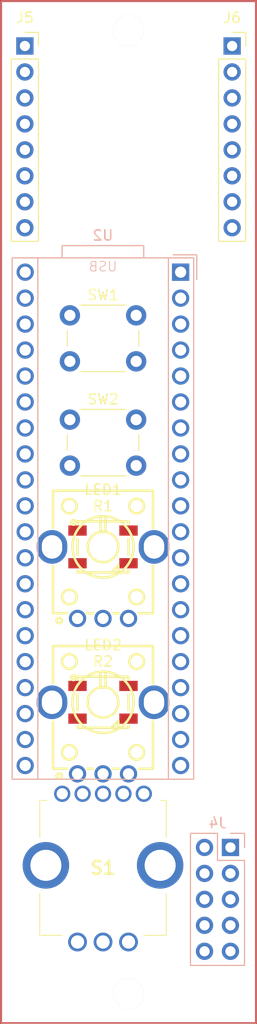
<source format=kicad_pcb>
(kicad_pcb (version 20241229) (generator "pcbnew") (generator_version "9.0")
  (title_block (title "Shock-AE-PCB") (date "2026-02-01") (rev "0.1") (company "Copyright © 2026 clectric.diy Licensed under CERN-OHL-S v2") (comment 1 "Charles H. Leggett"))
  (layers (0 "F.Cu" signal) (2 "B.Cu" signal) (13 "F.Paste" user) (15 "B.Paste" user) (5 "F.SilkS" user "F.Silkscreen") (7 "B.SilkS" user "B.Silkscreen") (1 "F.Mask" user) (3 "B.Mask" user) (25 "Edge.Cuts" user))
  (net 0 "")
  (net 38 "I2C_SDA")
  (net 39 "SD_D2")
  (net 40 "SPI_MISO")
  (net 41 "AUDIO_IN_1")
  (net 42 "USART1_RX")
  (net 43 "SPI_NSS")
  (net 44 "USB_OTG_FS_ID")
  (net 45 "ENC_CLICK")
  (net 46 "SD_CK")
  (net 47 "AUDIO_IN_2")
  (net 48 "VIN")
  (net 49 "SD_D3")
  (net 50 "SPI_MOSI")
  (net 51 "I2C_SCL")
  (net 52 "SD_D1")
  (net 53 "SD_CMD")
  (net 54 "SD_D0")
  (net 55 "A1_D16")
  (net 56 "SPI_SCK")
  (net 57 "USB_OTG_FS_D-")
  (net 58 "ENC_B")
  (net 59 "POT_1")
  (net 60 "LED_1_G")
  (net 61 "+3V3_A")
  (net 62 "ENC_A")
  (net 63 "LED_2_R")
  (net 64 "A7_D22")
  (net 65 "TAC_SWITCH_2")
  (net 66 "+3V3_D")
  (net 67 "LED_1_B")
  (net 68 "AUDIO_OUT_1")
  (net 69 "LED_1_R")
  (net 70 "POT_2")
  (net 71 "AUDIO_OUT_2")
  (net 72 "USB_OTG_FS_D+")
  (net 73 "LED_2_B")
  (net 74 "TAC_SWITCH_1")
  (net 75 "LED_2_G")
  (net 79 "+5V")
  (net 80 "GND")
  (net 81 "STOP")
  (net 82 "GATE")
  (net 83 "CTRL")
  (net 84 "CLOCK")
  (net 85 "CV")
  (net 86 "START")
  (footprint "Connector_PinSocket_2.54mm:PinSocket_1x08_P2.54mm_Vertical" (layer "F.Cu") (at 97.465 54.138252)
    (property "Reference" "J5" (at 0 -2.77 0) (layer "F.SilkS"))
    (property "Value" "Conn_01x08_Socket" (hide yes))
    (fp_line (start -1.33 1.27) (end -1.33 19.11) (stroke (width 0.12)) (layer "F.SilkS"))
    (fp_line (start -1.33 1.27) (end 1.33 1.27) (stroke (width 0.12)) (layer "F.SilkS"))
    (fp_line (start -1.33 19.11) (end 1.33 19.11) (stroke (width 0.12)) (layer "F.SilkS"))
    (fp_line (start 0 -1.33) (end 1.33 -1.33) (stroke (width 0.12)) (layer "F.SilkS"))
    (fp_line (start 1.33 -1.33) (end 1.33 0) (stroke (width 0.12)) (layer "F.SilkS"))
    (fp_line (start 1.33 1.27) (end 1.33 19.11) (stroke (width 0.12)) (layer "F.SilkS"))
    (pad "1" thru_hole rect (at 0 0) (size 1.7 1.7) (drill 1) (layers "*.Cu" "*.Mask") (net 41 "AUDIO_IN_1"))
    (pad "2" thru_hole circle (at 0 2.54) (size 1.7 1.7) (drill 1) (layers "*.Cu" "*.Mask") (net 47 "AUDIO_IN_2"))
    (pad "3" thru_hole circle (at 0 5.08) (size 1.7 1.7) (drill 1) (layers "*.Cu" "*.Mask"))
    (pad "4" thru_hole circle (at 0 7.62) (size 1.7 1.7) (drill 1) (layers "*.Cu" "*.Mask"))
    (pad "5" thru_hole circle (at 0 10.16) (size 1.7 1.7) (drill 1) (layers "*.Cu" "*.Mask"))
    (pad "6" thru_hole circle (at 0 12.7) (size 1.7 1.7) (drill 1) (layers "*.Cu" "*.Mask"))
    (pad "7" thru_hole circle (at 0 15.24) (size 1.7 1.7) (drill 1) (layers "*.Cu" "*.Mask"))
    (pad "8" thru_hole circle (at 0 17.78) (size 1.7 1.7) (drill 1) (layers "*.Cu" "*.Mask"))
  )
  (footprint "Button_Switch_THT:SW_PUSH_6mm" (layer "F.Cu") (at 101.875 80.488252)
    (property "Reference" "SW1" (at 3.25 -2 0) (layer "F.SilkS"))
    (property "Value" "SW_Push")
    (fp_line (start -0.25 1.5) (end -0.25 3) (stroke (width 0.12)) (layer "F.SilkS"))
    (fp_line (start 1 5.5) (end 5.5 5.5) (stroke (width 0.12)) (layer "F.SilkS"))
    (fp_line (start 5.5 -1) (end 1 -1) (stroke (width 0.12)) (layer "F.SilkS"))
    (fp_line (start 6.75 3) (end 6.75 1.5) (stroke (width 0.12)) (layer "F.SilkS"))
    (pad "1" thru_hole circle (at 0 0 90) (size 2 2) (drill 1.1) (layers "*.Cu" "*.Mask"))
    (pad "1" thru_hole circle (at 6.5 0 90) (size 2 2) (drill 1.1) (layers "*.Cu" "*.Mask"))
    (pad "2" thru_hole circle (at 0 4.5 90) (size 2 2) (drill 1.1) (layers "*.Cu" "*.Mask"))
    (pad "2" thru_hole circle (at 6.5 4.5 90) (size 2 2) (drill 1.1) (layers "*.Cu" "*.Mask"))
  )
  (footprint "Button_Switch_THT:SW_PUSH_6mm" (layer "F.Cu") (at 101.875 90.688252)
    (property "Reference" "SW2" (at 3.25 -2 0) (layer "F.SilkS"))
    (property "Value" "SW_Push")
    (fp_line (start -0.25 1.5) (end -0.25 3) (stroke (width 0.12)) (layer "F.SilkS"))
    (fp_line (start 1 5.5) (end 5.5 5.5) (stroke (width 0.12)) (layer "F.SilkS"))
    (fp_line (start 5.5 -1) (end 1 -1) (stroke (width 0.12)) (layer "F.SilkS"))
    (fp_line (start 6.75 3) (end 6.75 1.5) (stroke (width 0.12)) (layer "F.SilkS"))
    (pad "1" thru_hole circle (at 0 0 90) (size 2 2) (drill 1.1) (layers "*.Cu" "*.Mask"))
    (pad "1" thru_hole circle (at 6.5 0 90) (size 2 2) (drill 1.1) (layers "*.Cu" "*.Mask"))
    (pad "2" thru_hole circle (at 0 4.5 90) (size 2 2) (drill 1.1) (layers "*.Cu" "*.Mask"))
    (pad "2" thru_hole circle (at 6.5 4.5 90) (size 2 2) (drill 1.1) (layers "*.Cu" "*.Mask"))
  )
  (footprint "Connector_PinSocket_2.54mm:PinSocket_1x08_P2.54mm_Vertical" (layer "F.Cu") (at 117.785 54.138252)
    (property "Reference" "J6" (at 0 -2.77 0) (layer "F.SilkS"))
    (property "Value" "Conn_01x08_Socket" (hide yes))
    (fp_line (start -1.33 1.27) (end -1.33 19.11) (stroke (width 0.12)) (layer "F.SilkS"))
    (fp_line (start -1.33 1.27) (end 1.33 1.27) (stroke (width 0.12)) (layer "F.SilkS"))
    (fp_line (start -1.33 19.11) (end 1.33 19.11) (stroke (width 0.12)) (layer "F.SilkS"))
    (fp_line (start 0 -1.33) (end 1.33 -1.33) (stroke (width 0.12)) (layer "F.SilkS"))
    (fp_line (start 1.33 -1.33) (end 1.33 0) (stroke (width 0.12)) (layer "F.SilkS"))
    (fp_line (start 1.33 1.27) (end 1.33 19.11) (stroke (width 0.12)) (layer "F.SilkS"))
    (pad "1" thru_hole rect (at 0 0) (size 1.7 1.7) (drill 1) (layers "*.Cu" "*.Mask") (net 68 "AUDIO_OUT_1"))
    (pad "2" thru_hole circle (at 0 2.54) (size 1.7 1.7) (drill 1) (layers "*.Cu" "*.Mask") (net 71 "AUDIO_OUT_2"))
    (pad "3" thru_hole circle (at 0 5.08) (size 1.7 1.7) (drill 1) (layers "*.Cu" "*.Mask"))
    (pad "4" thru_hole circle (at 0 7.62) (size 1.7 1.7) (drill 1) (layers "*.Cu" "*.Mask"))
    (pad "5" thru_hole circle (at 0 10.16) (size 1.7 1.7) (drill 1) (layers "*.Cu" "*.Mask"))
    (pad "6" thru_hole circle (at 0 12.7) (size 1.7 1.7) (drill 1) (layers "*.Cu" "*.Mask"))
    (pad "7" thru_hole circle (at 0 15.24) (size 1.7 1.7) (drill 1) (layers "*.Cu" "*.Mask"))
    (pad "8" thru_hole circle (at 0 17.78) (size 1.7 1.7) (drill 1) (layers "*.Cu" "*.Mask"))
  )
  (footprint "clectric-diy:RES-TH_RK09K113004U" (layer "F.Cu") (at 105.125 121.838252)
    (property "Reference" "R2" (at 0 -7.5 0) (layer "F.SilkS"))
    (property "Value" "RK09K1130A8G")
    (fp_line (start -4.9 -9) (end -4.9 -5.38) (stroke (width 0.25)) (layer "F.SilkS"))
    (fp_line (start -4.9 -9) (end 4.9 -9) (stroke (width 0.25)) (layer "F.SilkS"))
    (fp_line (start -4.9 -1.62) (end -4.9 3) (stroke (width 0.25)) (layer "F.SilkS"))
    (fp_line (start -4.9 3) (end -3.5 3) (stroke (width 0.25)) (layer "F.SilkS"))
    (fp_line (start -1.58 3) (end -0.96 3) (stroke (width 0.25)) (layer "F.SilkS"))
    (fp_line (start -0.25 -6.48) (end -0.25 -4.95) (stroke (width 0.25)) (layer "F.SilkS"))
    (fp_line (start -0.25 -4.95) (end 0.25 -4.95) (stroke (width 0.25)) (layer "F.SilkS"))
    (fp_line (start 0.25 -4.95) (end 0.25 -6.48) (stroke (width 0.25)) (layer "F.SilkS"))
    (fp_line (start 0.96 3) (end 1.58 3) (stroke (width 0.25)) (layer "F.SilkS"))
    (fp_line (start 4.9 -9) (end 4.9 -5.38) (stroke (width 0.25)) (layer "F.SilkS"))
    (fp_line (start 4.9 -1.62) (end 4.9 3) (stroke (width 0.25)) (layer "F.SilkS"))
    (fp_line (start 4.9 3) (end 3.5 3) (stroke (width 0.25)) (layer "F.SilkS"))
    (fp_circle (center -4.29 3.71) (end -4.03 3.71) (stroke (width 0.25)) (fill no) (layer "F.SilkS"))
    (fp_circle (center -3.3 -7.49) (end -2.58 -7.49) (stroke (width 0.25)) (fill no) (layer "F.SilkS"))
    (fp_circle (center -3.3 1.4) (end -2.58 1.4) (stroke (width 0.25)) (fill no) (layer "F.SilkS"))
    (fp_circle (center 0 -3.5) (end 3 -3.5) (stroke (width 0.25)) (fill no) (layer "F.SilkS"))
    (fp_circle (center 3.3 -7.49) (end 4.02 -7.49) (stroke (width 0.25)) (fill no) (layer "F.SilkS"))
    (fp_circle (center 3.3 1.4) (end 4.02 1.4) (stroke (width 0.25)) (fill no) (layer "F.SilkS"))
    (pad "1" thru_hole circle (at -2.5 3.5) (size 1.7 1.7) (drill 1.100023) (layers "*.Cu" "*.Mask"))
    (pad "2" thru_hole circle (at 0 3.5) (size 1.7 1.7) (drill 1.100023) (layers "*.Cu" "*.Mask"))
    (pad "3" thru_hole circle (at 2.5 3.5) (size 1.7 1.7) (drill 1.100023) (layers "*.Cu" "*.Mask"))
    (pad "4" thru_hole oval (at 5 -3.5) (size 3 3.3) (drill oval 1.999996 2.300021) (layers "*.Cu" "*.Mask"))
    (pad "5" thru_hole oval (at -5 -3.5) (size 3 3.3) (drill oval 1.999996 2.300021) (layers "*.Cu" "*.Mask"))
  )
  (footprint "clectric-diy:LED-SMD_4P-L5.0-W5.0-TL-1" (layer "F.Cu") (at 105.125 103.138252)
    (property "Reference" "LED1" (at 0 -5.6 0) (layer "F.SilkS"))
    (property "Value" "WS2812B-V5/W")
    (fp_line (start -2.5 -2.5) (end 2.5 -2.5) (stroke (width 0.25)) (layer "F.SilkS"))
    (fp_line (start -2.5 0.77) (end -2.5 -0.77) (stroke (width 0.25)) (layer "F.SilkS"))
    (fp_line (start -2.5 2.5) (end -2.5 2.32) (stroke (width 0.25)) (layer "F.SilkS"))
    (fp_line (start -2.49 -2.27) (end -2.5 -2.5) (stroke (width 0.25)) (layer "F.SilkS"))
    (fp_line (start 0.8 2.5) (end 1.5 1.8) (stroke (width 0.25)) (layer "F.SilkS"))
    (fp_line (start 1.5 1.8) (end 1.5 2.5) (stroke (width 0.25)) (layer "F.SilkS"))
    (fp_line (start 1.5 2.5) (end 0.8 2.5) (stroke (width 0.25)) (layer "F.SilkS"))
    (fp_line (start 2.5 -2.5) (end 2.5 -2.27) (stroke (width 0.25)) (layer "F.SilkS"))
    (fp_line (start 2.5 -0.77) (end 2.5 0.77) (stroke (width 0.25)) (layer "F.SilkS"))
    (fp_line (start 2.5 2.28) (end 2.5 2.5) (stroke (width 0.25)) (layer "F.SilkS"))
    (fp_line (start 2.5 2.5) (end -2.5 2.5) (stroke (width 0.25)) (layer "F.SilkS"))
    (fp_circle (center -2.9 -2.4) (end -2.8 -2.4) (stroke (width 0.25)) (fill no) (layer "F.SilkS"))
    (fp_circle (center 0 0) (end 1.5 0) (stroke (width 0.25)) (fill no) (layer "F.SilkS"))
    (pad "1" smd rect (at -2.5 -1.6 180) (size 1.8 1) (layers "F.Cu" "F.Mask" "F.Paste"))
    (pad "2" smd rect (at -2.5 1.6 180) (size 1.8 1) (layers "F.Cu" "F.Mask" "F.Paste"))
    (pad "3" smd rect (at 2.5 1.6 180) (size 1.8 1) (layers "F.Cu" "F.Mask" "F.Paste"))
    (pad "4" smd rect (at 2.5 -1.6 180) (size 1.8 1) (layers "F.Cu" "F.Mask" "F.Paste"))
  )
  (footprint "" (layer "F.Cu") (at 107.625 146.838252)
    (property "Reference" "" (at 0 0 0) (layer "F.SilkS") (effects (font (size 1.27 1.27))))
    (property "Value" "")
    (pad "" thru_hole circle (at 0 0) (size 3 3) (drill 3) (layers "*.Cu" "*.Mask"))
  )
  (footprint "" (layer "F.Cu") (at 107.625 52.638252)
    (property "Reference" "" (at 0 0 0) (layer "F.SilkS") (effects (font (size 1.27 1.27))))
    (property "Value" "")
    (pad "" thru_hole circle (at 0 0) (size 3 3) (drill 3) (layers "*.Cu" "*.Mask"))
  )
  (footprint "clectric-diy:RES-TH_RK09K113004U" (layer "F.Cu") (at 105.125 106.638252)
    (property "Reference" "R1" (at 0 -7.5 0) (layer "F.SilkS"))
    (property "Value" "RK09K1130A8G")
    (fp_line (start -4.9 -9) (end -4.9 -5.38) (stroke (width 0.25)) (layer "F.SilkS"))
    (fp_line (start -4.9 -9) (end 4.9 -9) (stroke (width 0.25)) (layer "F.SilkS"))
    (fp_line (start -4.9 -1.62) (end -4.9 3) (stroke (width 0.25)) (layer "F.SilkS"))
    (fp_line (start -4.9 3) (end -3.5 3) (stroke (width 0.25)) (layer "F.SilkS"))
    (fp_line (start -1.58 3) (end -0.96 3) (stroke (width 0.25)) (layer "F.SilkS"))
    (fp_line (start -0.25 -6.48) (end -0.25 -4.95) (stroke (width 0.25)) (layer "F.SilkS"))
    (fp_line (start -0.25 -4.95) (end 0.25 -4.95) (stroke (width 0.25)) (layer "F.SilkS"))
    (fp_line (start 0.25 -4.95) (end 0.25 -6.48) (stroke (width 0.25)) (layer "F.SilkS"))
    (fp_line (start 0.96 3) (end 1.58 3) (stroke (width 0.25)) (layer "F.SilkS"))
    (fp_line (start 4.9 -9) (end 4.9 -5.38) (stroke (width 0.25)) (layer "F.SilkS"))
    (fp_line (start 4.9 -1.62) (end 4.9 3) (stroke (width 0.25)) (layer "F.SilkS"))
    (fp_line (start 4.9 3) (end 3.5 3) (stroke (width 0.25)) (layer "F.SilkS"))
    (fp_circle (center -4.29 3.71) (end -4.03 3.71) (stroke (width 0.25)) (fill no) (layer "F.SilkS"))
    (fp_circle (center -3.3 -7.49) (end -2.58 -7.49) (stroke (width 0.25)) (fill no) (layer "F.SilkS"))
    (fp_circle (center -3.3 1.4) (end -2.58 1.4) (stroke (width 0.25)) (fill no) (layer "F.SilkS"))
    (fp_circle (center 0 -3.5) (end 3 -3.5) (stroke (width 0.25)) (fill no) (layer "F.SilkS"))
    (fp_circle (center 3.3 -7.49) (end 4.02 -7.49) (stroke (width 0.25)) (fill no) (layer "F.SilkS"))
    (fp_circle (center 3.3 1.4) (end 4.02 1.4) (stroke (width 0.25)) (fill no) (layer "F.SilkS"))
    (pad "1" thru_hole circle (at -2.5 3.5) (size 1.7 1.7) (drill 1.100023) (layers "*.Cu" "*.Mask"))
    (pad "2" thru_hole circle (at 0 3.5) (size 1.7 1.7) (drill 1.100023) (layers "*.Cu" "*.Mask"))
    (pad "3" thru_hole circle (at 2.5 3.5) (size 1.7 1.7) (drill 1.100023) (layers "*.Cu" "*.Mask"))
    (pad "4" thru_hole oval (at 5 -3.5) (size 3 3.3) (drill oval 1.999996 2.300021) (layers "*.Cu" "*.Mask"))
    (pad "5" thru_hole oval (at -5 -3.5) (size 3 3.3) (drill oval 1.999996 2.300021) (layers "*.Cu" "*.Mask"))
  )
  (footprint "clectric-diy:LED-SMD_4P-L5.0-W5.0-TL-1" (layer "F.Cu") (at 105.125 118.338252)
    (property "Reference" "LED2" (at 0 -5.6 0) (layer "F.SilkS"))
    (property "Value" "WS2812B-V5/W")
    (fp_line (start -2.5 -2.5) (end 2.5 -2.5) (stroke (width 0.25)) (layer "F.SilkS"))
    (fp_line (start -2.5 0.77) (end -2.5 -0.77) (stroke (width 0.25)) (layer "F.SilkS"))
    (fp_line (start -2.5 2.5) (end -2.5 2.32) (stroke (width 0.25)) (layer "F.SilkS"))
    (fp_line (start -2.49 -2.27) (end -2.5 -2.5) (stroke (width 0.25)) (layer "F.SilkS"))
    (fp_line (start 0.8 2.5) (end 1.5 1.8) (stroke (width 0.25)) (layer "F.SilkS"))
    (fp_line (start 1.5 1.8) (end 1.5 2.5) (stroke (width 0.25)) (layer "F.SilkS"))
    (fp_line (start 1.5 2.5) (end 0.8 2.5) (stroke (width 0.25)) (layer "F.SilkS"))
    (fp_line (start 2.5 -2.5) (end 2.5 -2.27) (stroke (width 0.25)) (layer "F.SilkS"))
    (fp_line (start 2.5 -0.77) (end 2.5 0.77) (stroke (width 0.25)) (layer "F.SilkS"))
    (fp_line (start 2.5 2.28) (end 2.5 2.5) (stroke (width 0.25)) (layer "F.SilkS"))
    (fp_line (start 2.5 2.5) (end -2.5 2.5) (stroke (width 0.25)) (layer "F.SilkS"))
    (fp_circle (center -2.9 -2.4) (end -2.8 -2.4) (stroke (width 0.25)) (fill no) (layer "F.SilkS"))
    (fp_circle (center 0 0) (end 1.5 0) (stroke (width 0.25)) (fill no) (layer "F.SilkS"))
    (pad "1" smd rect (at -2.5 -1.6 180) (size 1.8 1) (layers "F.Cu" "F.Mask" "F.Paste"))
    (pad "2" smd rect (at -2.5 1.6 180) (size 1.8 1) (layers "F.Cu" "F.Mask" "F.Paste"))
    (pad "3" smd rect (at 2.5 1.6 180) (size 1.8 1) (layers "F.Cu" "F.Mask" "F.Paste"))
    (pad "4" smd rect (at 2.5 -1.6 180) (size 1.8 1) (layers "F.Cu" "F.Mask" "F.Paste"))
  )
  (footprint "clectric-diy:PEL12T4225SS1024" (layer "F.Cu") (at 105.125 134.538252)
    (property "Reference" "S1" (at 0 0 0) (layer "F.SilkS") (effects (font (size 1.27 1.27) (thickness 0.254))))
    (property "Value" "PEL12T-4225S-S1024" (hide yes))
    (fp_line (start -6.2 -6.6) (end -6.2 -3) (stroke (width 0.1)) (layer "F.SilkS"))
    (fp_line (start -6.2 6.6) (end -6.2 2.5) (stroke (width 0.1)) (layer "F.SilkS"))
    (fp_line (start -5.5 -6.6) (end -6.2 -6.6) (stroke (width 0.1)) (layer "F.SilkS"))
    (fp_line (start -4 6.6) (end -6.2 6.6) (stroke (width 0.1)) (layer "F.SilkS"))
    (fp_line (start 4 6.6) (end 6.2 6.6) (stroke (width 0.1)) (layer "F.SilkS"))
    (fp_line (start 6.2 -6.6) (end 5.6 -6.6) (stroke (width 0.1)) (layer "F.SilkS"))
    (fp_line (start 6.2 -3) (end 6.2 -6.6) (stroke (width 0.1)) (layer "F.SilkS"))
    (fp_line (start 6.2 3) (end 6.2 2.5) (stroke (width 0.1)) (layer "F.SilkS"))
    (fp_line (start 6.2 6.6) (end 6.2 3) (stroke (width 0.1)) (layer "F.SilkS"))
    (pad "1" thru_hole circle (at -4 -7.25) (size 1.6 1.6) (drill 1.1) (layers "*.Cu" "*.Mask"))
    (pad "2" thru_hole circle (at -2 -7.25) (size 1.6 1.6) (drill 1.1) (layers "*.Cu" "*.Mask"))
    (pad "3" thru_hole circle (at 0 -7.25) (size 1.6 1.6) (drill 1.1) (layers "*.Cu" "*.Mask"))
    (pad "4" thru_hole circle (at 2 -7.25) (size 1.6 1.6) (drill 1.1) (layers "*.Cu" "*.Mask"))
    (pad "5" thru_hole circle (at 4 -7.25) (size 1.6 1.6) (drill 1.1) (layers "*.Cu" "*.Mask"))
    (pad "A1" thru_hole circle (at -2.5 7.25) (size 1.85 1.85) (drill 1.3) (layers "*.Cu" "*.Mask"))
    (pad "B1" thru_hole circle (at 2.5 7.25) (size 1.85 1.85) (drill 1.3) (layers "*.Cu" "*.Mask"))
    (pad "C1" thru_hole circle (at 0 7.25) (size 1.85 1.85) (drill 1.3) (layers "*.Cu" "*.Mask"))
    (pad "MH1" thru_hole circle (at -5.6 -0.25) (size 4.562 4.562) (drill 3.0414) (layers "*.Cu" "*.Mask"))
    (pad "MH2" thru_hole circle (at 5.6 -0.25) (size 4.562 4.562) (drill 3.0414) (layers "*.Cu" "*.Mask"))
  )
  (footprint "Connector_PinHeader_2.54mm:PinHeader_2x05_P2.54mm_Vertical" (layer "B.Cu") (at 117.618 132.538252 180)
    (property "Reference" "J4" (at 1.27 2.38 0) (layer "B.SilkS") (effects (justify mirror)))
    (property "Value" "Conn_02x05_Odd_Even" (hide yes))
    (fp_line (start 3.92 1.38) (end 3.92 -11.54) (stroke (width 0.12)) (layer "B.SilkS"))
    (fp_line (start 1.27 1.38) (end 3.92 1.38) (stroke (width 0.12)) (layer "B.SilkS"))
    (fp_line (start 1.27 -1.27) (end 1.27 1.38) (stroke (width 0.12)) (layer "B.SilkS"))
    (fp_line (start -1.38 1.38) (end 0 1.38) (stroke (width 0.12)) (layer "B.SilkS"))
    (fp_line (start -1.38 0) (end -1.38 1.38) (stroke (width 0.12)) (layer "B.SilkS"))
    (fp_line (start -1.38 -1.27) (end 1.27 -1.27) (stroke (width 0.12)) (layer "B.SilkS"))
    (fp_line (start -1.38 -1.27) (end -1.38 -11.54) (stroke (width 0.12)) (layer "B.SilkS"))
    (fp_line (start -1.38 -11.54) (end 3.92 -11.54) (stroke (width 0.12)) (layer "B.SilkS"))
    (pad "1" thru_hole rect (at 0 0 180) (size 1.7 1.7) (drill 1) (layers "*.Cu" "*.Mask") (net 79 "+5V"))
    (pad "2" thru_hole circle (at 2.54 0 180) (size 1.7 1.7) (drill 1) (layers "*.Cu" "*.Mask") (net 79 "+5V"))
    (pad "3" thru_hole circle (at 0 -2.54 180) (size 1.7 1.7) (drill 1) (layers "*.Cu" "*.Mask") (net 80 "GND"))
    (pad "4" thru_hole circle (at 2.54 -2.54 180) (size 1.7 1.7) (drill 1) (layers "*.Cu" "*.Mask") (net 80 "GND"))
    (pad "5" thru_hole circle (at 0 -5.08 180) (size 1.7 1.7) (drill 1) (layers "*.Cu" "*.Mask") (net 85 "CV"))
    (pad "6" thru_hole circle (at 2.54 -5.08 180) (size 1.7 1.7) (drill 1) (layers "*.Cu" "*.Mask") (net 82 "GATE"))
    (pad "7" thru_hole circle (at 0 -7.62 180) (size 1.7 1.7) (drill 1) (layers "*.Cu" "*.Mask") (net 86 "START"))
    (pad "8" thru_hole circle (at 2.54 -7.62 180) (size 1.7 1.7) (drill 1) (layers "*.Cu" "*.Mask") (net 84 "CLOCK"))
    (pad "9" thru_hole circle (at 0 -10.16 180) (size 1.7 1.7) (drill 1) (layers "*.Cu" "*.Mask") (net 83 "CTRL"))
    (pad "10" thru_hole circle (at 2.54 -10.16 180) (size 1.7 1.7) (drill 1) (layers "*.Cu" "*.Mask") (net 81 "STOP"))
  )
  (footprint "clectric-diy:DAISY_SEED" (layer "B.Cu") (at 112.735 76.263252 180)
    (property "Reference" "U2" (at 7.62 3.6 0) (layer "B.SilkS") (effects (justify mirror)))
    (property "Value" "Daisy_Seed")
    (fp_line (start 16.52 1.4) (end 16.52 -49.6) (stroke (width 0.12)) (layer "B.SilkS"))
    (fp_line (start 16.52 -49.6) (end -1.28 -49.6) (stroke (width 0.12)) (layer "B.SilkS"))
    (fp_line (start 14 1.4) (end 14 -49.6) (stroke (width 0.12)) (layer "B.SilkS"))
    (fp_line (start 11.62 2.6) (end 11.62 1.4) (stroke (width 0.12)) (layer "B.SilkS"))
    (fp_line (start 3.62 2.6) (end 11.62 2.6) (stroke (width 0.12)) (layer "B.SilkS"))
    (fp_line (start 3.62 1.4) (end 3.62 2.6) (stroke (width 0.12)) (layer "B.SilkS"))
    (fp_line (start 1.2 1.4) (end 1.2 -49.6) (stroke (width 0.12)) (layer "B.SilkS"))
    (fp_line (start 0.72 1.7) (end -1.58 1.7) (stroke (width 0.12)) (layer "B.SilkS"))
    (fp_line (start -1.28 1.4) (end 16.52 1.4) (stroke (width 0.12)) (layer "B.SilkS"))
    (fp_line (start -1.28 -49.6) (end -1.28 1.4) (stroke (width 0.12)) (layer "B.SilkS"))
    (fp_line (start -1.58 1.7) (end -1.58 -0.7) (stroke (width 0.12)) (layer "B.SilkS"))
    (fp_text user "USB" (at 7.62 0 0) (layer "B.SilkS") (effects (font (size 0.93472 0.93472) (thickness 0.08128)) (justify bottom mirror)))
    (pad "1" thru_hole rect (at 0 0 180) (size 1.7 1.7) (drill 1.1) (layers "*.Cu" "*.Mask") (net 44 "USB_OTG_FS_ID"))
    (pad "2" thru_hole circle (at 0 -2.54 180) (size 1.7 1.7) (drill 1.1) (layers "*.Cu" "*.Mask") (net 49 "SD_D3"))
    (pad "3" thru_hole circle (at 0 -5.08 180) (size 1.7 1.7) (drill 1.1) (layers "*.Cu" "*.Mask") (net 39 "SD_D2"))
    (pad "4" thru_hole circle (at 0 -7.62 180) (size 1.7 1.7) (drill 1.1) (layers "*.Cu" "*.Mask") (net 52 "SD_D1"))
    (pad "5" thru_hole circle (at 0 -10.16 180) (size 1.7 1.7) (drill 1.1) (layers "*.Cu" "*.Mask") (net 54 "SD_D0"))
    (pad "6" thru_hole circle (at 0 -12.7 180) (size 1.7 1.7) (drill 1.1) (layers "*.Cu" "*.Mask") (net 53 "SD_CMD"))
    (pad "7" thru_hole circle (at 0 -15.24 180) (size 1.7 1.7) (drill 1.1) (layers "*.Cu" "*.Mask") (net 46 "SD_CK"))
    (pad "8" thru_hole circle (at 0 -17.78 180) (size 1.7 1.7) (drill 1.1) (layers "*.Cu" "*.Mask") (net 43 "SPI_NSS"))
    (pad "9" thru_hole circle (at 0 -20.32 180) (size 1.7 1.7) (drill 1.1) (layers "*.Cu" "*.Mask") (net 56 "SPI_SCK"))
    (pad "10" thru_hole circle (at 0 -22.86 180) (size 1.7 1.7) (drill 1.1) (layers "*.Cu" "*.Mask") (net 40 "SPI_MISO"))
    (pad "11" thru_hole circle (at 0 -25.4 180) (size 1.7 1.7) (drill 1.1) (layers "*.Cu" "*.Mask") (net 50 "SPI_MOSI"))
    (pad "12" thru_hole circle (at 0 -27.94 180) (size 1.7 1.7) (drill 1.1) (layers "*.Cu" "*.Mask") (net 51 "I2C_SCL"))
    (pad "13" thru_hole circle (at 0 -30.48 180) (size 1.7 1.7) (drill 1.1) (layers "*.Cu" "*.Mask") (net 38 "I2C_SDA"))
    (pad "14" thru_hole circle (at 0 -33.02 180) (size 1.7 1.7) (drill 1.1) (layers "*.Cu" "*.Mask") (net 45 "ENC_CLICK"))
    (pad "15" thru_hole circle (at 0 -35.56 180) (size 1.7 1.7) (drill 1.1) (layers "*.Cu" "*.Mask") (net 42 "USART1_RX"))
    (pad "16" thru_hole circle (at 0 -38.1 180) (size 1.7 1.7) (drill 1.1) (layers "*.Cu" "*.Mask") (net 41 "AUDIO_IN_1"))
    (pad "17" thru_hole circle (at 0 -40.64 180) (size 1.7 1.7) (drill 1.1) (layers "*.Cu" "*.Mask") (net 47 "AUDIO_IN_2"))
    (pad "18" thru_hole circle (at 0 -43.18 180) (size 1.7 1.7) (drill 1.1) (layers "*.Cu" "*.Mask") (net 68 "AUDIO_OUT_1"))
    (pad "19" thru_hole circle (at 0 -45.72 180) (size 1.7 1.7) (drill 1.1) (layers "*.Cu" "*.Mask") (net 71 "AUDIO_OUT_2"))
    (pad "20" thru_hole circle (at 0 -48.26 180) (size 1.7 1.7) (drill 1.1) (layers "*.Cu" "*.Mask") (net 80 "GND"))
    (pad "21" thru_hole circle (at 15.24 -48.26 180) (size 1.7 1.7) (drill 1.1) (layers "*.Cu" "*.Mask") (net 61 "+3V3_A"))
    (pad "22" thru_hole circle (at 15.24 -45.72 180) (size 1.7 1.7) (drill 1.1) (layers "*.Cu" "*.Mask") (net 70 "POT_2"))
    (pad "23" thru_hole circle (at 15.24 -43.18 180) (size 1.7 1.7) (drill 1.1) (layers "*.Cu" "*.Mask") (net 55 "A1_D16"))
    (pad "24" thru_hole circle (at 15.24 -40.64 180) (size 1.7 1.7) (drill 1.1) (layers "*.Cu" "*.Mask") (net 63 "LED_2_R"))
    (pad "25" thru_hole circle (at 15.24 -38.1 180) (size 1.7 1.7) (drill 1.1) (layers "*.Cu" "*.Mask") (net 67 "LED_1_B"))
    (pad "26" thru_hole circle (at 15.24 -35.56 180) (size 1.7 1.7) (drill 1.1) (layers "*.Cu" "*.Mask") (net 60 "LED_1_G"))
    (pad "27" thru_hole circle (at 15.24 -33.02 180) (size 1.7 1.7) (drill 1.1) (layers "*.Cu" "*.Mask") (net 69 "LED_1_R"))
    (pad "28" thru_hole circle (at 15.24 -30.48 180) (size 1.7 1.7) (drill 1.1) (layers "*.Cu" "*.Mask") (net 59 "POT_1"))
    (pad "29" thru_hole circle (at 15.24 -27.94 180) (size 1.7 1.7) (drill 1.1) (layers "*.Cu" "*.Mask") (net 64 "A7_D22"))
    (pad "30" thru_hole circle (at 15.24 -25.4 180) (size 1.7 1.7) (drill 1.1) (layers "*.Cu" "*.Mask") (net 73 "LED_2_B"))
    (pad "31" thru_hole circle (at 15.24 -22.86 180) (size 1.7 1.7) (drill 1.1) (layers "*.Cu" "*.Mask") (net 75 "LED_2_G"))
    (pad "32" thru_hole circle (at 15.24 -20.32 180) (size 1.7 1.7) (drill 1.1) (layers "*.Cu" "*.Mask") (net 58 "ENC_B"))
    (pad "33" thru_hole circle (at 15.24 -17.78 180) (size 1.7 1.7) (drill 1.1) (layers "*.Cu" "*.Mask") (net 62 "ENC_A"))
    (pad "34" thru_hole circle (at 15.24 -15.24 180) (size 1.7 1.7) (drill 1.1) (layers "*.Cu" "*.Mask") (net 74 "TAC_SWITCH_1"))
    (pad "35" thru_hole circle (at 15.24 -12.7 180) (size 1.7 1.7) (drill 1.1) (layers "*.Cu" "*.Mask") (net 65 "TAC_SWITCH_2"))
    (pad "36" thru_hole circle (at 15.24 -10.16 180) (size 1.7 1.7) (drill 1.1) (layers "*.Cu" "*.Mask") (net 57 "USB_OTG_FS_D-"))
    (pad "37" thru_hole circle (at 15.24 -7.62 180) (size 1.7 1.7) (drill 1.1) (layers "*.Cu" "*.Mask") (net 72 "USB_OTG_FS_D+"))
    (pad "38" thru_hole circle (at 15.24 -5.08 180) (size 1.7 1.7) (drill 1.1) (layers "*.Cu" "*.Mask") (net 66 "+3V3_D"))
    (pad "39" thru_hole circle (at 15.24 -2.54 180) (size 1.7 1.7) (drill 1.1) (layers "*.Cu" "*.Mask") (net 48 "VIN"))
    (pad "40" thru_hole circle (at 15.24 0 180) (size 1.7 1.7) (drill 1.1) (layers "*.Cu" "*.Mask") (net 80 "GND"))
  )
  (gr_rect (start 95.125 49.738252) (end 120.125 149.738252) (stroke (width 0.2)) (fill no) (layer "F.Cu") (net 79))
  (gr_rect (start 95.125 49.738252) (end 120.125 149.738252) (stroke (width 0.05)) (fill no) (layer "Edge.Cuts"))
)
</source>
